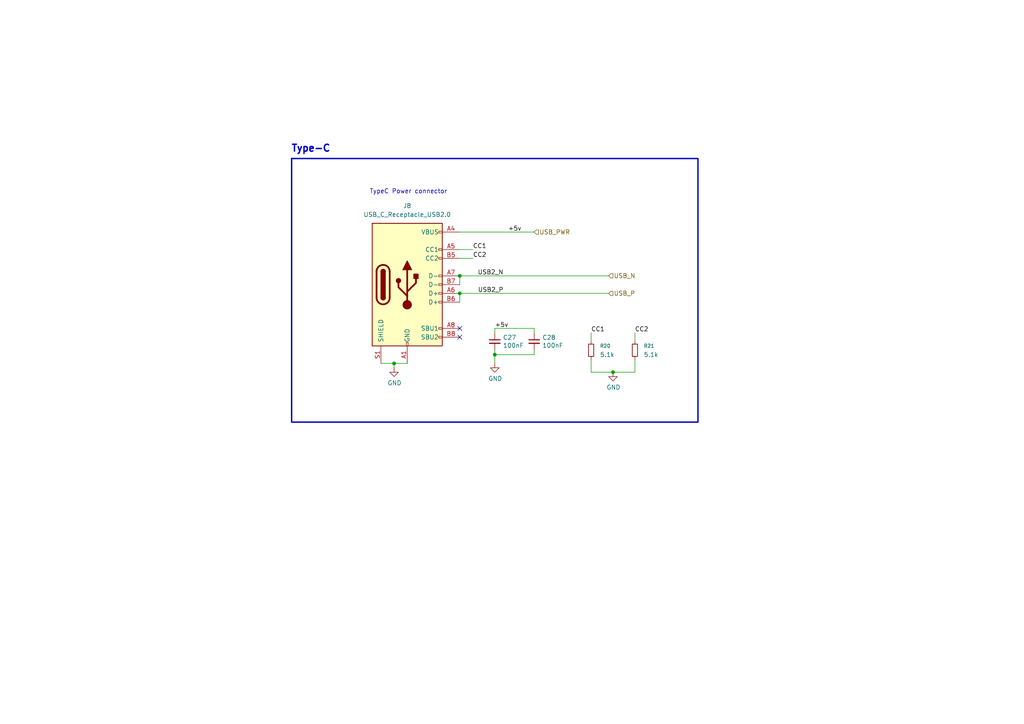
<source format=kicad_sch>
(kicad_sch (version 20250114) (generator "eeschema") (generator_version "9.0")
  (paper "A4")
  (title_block (title "Mini Power Logger") (date "2025-11-06") (rev "V0.1") (company "Mergened") (comment 1 "oesen@mergened.com") (comment 2 "Designed by: Oğuzhan EŞEN"))
  (lib_symbols
    (symbol "Connector:USB_C_Receptacle_USB2.0_16P" (pin_names (offset 1.016))
      (property "Reference" "J" (at 0 22.225 0))
      (property "Value" "USB_C_Receptacle_USB2.0_16P" (at 0 19.685 0))
      (symbol "USB_C_Receptacle_USB2.0_16P_0_0"
        (rectangle (start -0.254 -17.78) (end 0.254 -16.764))
        (rectangle (start 10.16 15.494) (end 9.144 14.986))
        (rectangle (start 10.16 10.414) (end 9.144 9.906))
        (rectangle (start 10.16 7.874) (end 9.144 7.366))
        (rectangle (start 10.16 2.794) (end 9.144 2.286))
        (rectangle (start 10.16 0.254) (end 9.144 -0.254))
        (rectangle (start 10.16 -2.286) (end 9.144 -2.794))
        (rectangle (start 10.16 -4.826) (end 9.144 -5.334))
        (rectangle (start 10.16 -12.446) (end 9.144 -12.954))
        (rectangle (start 10.16 -14.986) (end 9.144 -15.494))
      )
      (symbol "USB_C_Receptacle_USB2.0_16P_0_1"
        (rectangle (start -10.16 17.78) (end 10.16 -17.78) (stroke (width 0.254)) (fill (type background)))
        (polyline (pts (xy -8.89 -3.81) (xy -8.89 3.81)) (stroke (width 0.508)))
        (rectangle (start -7.62 -3.81) (end -6.35 3.81) (stroke (width 0.254)) (fill (type outline)))
        (arc (start -7.62 3.81) (mid -6.985 4.4423) (end -6.35 3.81) (stroke (width 0.254)))
        (arc (start -7.62 3.81) (mid -6.985 4.4423) (end -6.35 3.81) (stroke (width 0.254)) (fill (type outline)))
        (arc (start -8.89 3.81) (mid -6.985 5.7067) (end -5.08 3.81) (stroke (width 0.508)))
        (arc (start -5.08 -3.81) (mid -6.985 -5.7067) (end -8.89 -3.81) (stroke (width 0.508)))
        (arc (start -6.35 -3.81) (mid -6.985 -4.4423) (end -7.62 -3.81) (stroke (width 0.254)))
        (arc (start -6.35 -3.81) (mid -6.985 -4.4423) (end -7.62 -3.81) (stroke (width 0.254)) (fill (type outline)))
        (polyline (pts (xy -5.08 3.81) (xy -5.08 -3.81)) (stroke (width 0.508)))
        (circle (center -2.54 1.143) (radius 0.635) (stroke (width 0.254)) (fill (type outline)))
        (polyline (pts (xy -1.27 4.318) (xy 0 6.858) (xy 1.27 4.318) (xy -1.27 4.318)) (stroke (width 0.254)) (fill (type outline)))
        (polyline (pts (xy 0 -2.032) (xy 2.54 0.508) (xy 2.54 1.778)) (stroke (width 0.508)))
        (polyline (pts (xy 0 -3.302) (xy -2.54 -0.762) (xy -2.54 0.508)) (stroke (width 0.508)))
        (polyline (pts (xy 0 -5.842) (xy 0 4.318)) (stroke (width 0.508)))
        (circle (center 0 -5.842) (radius 1.27) (fill (type outline)))
        (rectangle (start 1.905 1.778) (end 3.175 3.048) (stroke (width 0.254)) (fill (type outline)))
      )
      (symbol "USB_C_Receptacle_USB2.0_16P_1_1"
        (pin passive line (at -7.62 -22.86 90) (length 5.08) (name "SHIELD") (number "S1"))
        (pin passive line (at 0 -22.86 90) (length 5.08) (name "GND") (number "A1"))
        (pin passive line (at 0 -22.86 90) (length 5.08) (hide yes) (name "GND") (number "A12"))
        (pin passive line (at 0 -22.86 90) (length 5.08) (hide yes) (name "GND") (number "B1"))
        (pin passive line (at 0 -22.86 90) (length 5.08) (hide yes) (name "GND") (number "B12"))
        (pin passive line (at 15.24 15.24 180) (length 5.08) (name "VBUS") (number "A4"))
        (pin passive line (at 15.24 15.24 180) (length 5.08) (hide yes) (name "VBUS") (number "A9"))
        (pin passive line (at 15.24 15.24 180) (length 5.08) (hide yes) (name "VBUS") (number "B4"))
        (pin passive line (at 15.24 15.24 180) (length 5.08) (hide yes) (name "VBUS") (number "B9"))
        (pin bidirectional line (at 15.24 10.16 180) (length 5.08) (name "CC1") (number "A5"))
        (pin bidirectional line (at 15.24 7.62 180) (length 5.08) (name "CC2") (number "B5"))
        (pin bidirectional line (at 15.24 2.54 180) (length 5.08) (name "D-") (number "A7"))
        (pin bidirectional line (at 15.24 0 180) (length 5.08) (name "D-") (number "B7"))
        (pin bidirectional line (at 15.24 -2.54 180) (length 5.08) (name "D+") (number "A6"))
        (pin bidirectional line (at 15.24 -5.08 180) (length 5.08) (name "D+") (number "B6"))
        (pin bidirectional line (at 15.24 -12.7 180) (length 5.08) (name "SBU1") (number "A8"))
        (pin bidirectional line (at 15.24 -15.24 180) (length 5.08) (name "SBU2") (number "B8"))
      )
    )
    (symbol "Device:C_Small" (pin_numbers (hide yes)) (pin_names (offset 0.254) (hide yes))
      (property "Reference" "C" (at 0.254 1.778 0))
      (property "Value" "C_Small" (at 0.254 -2.032 0))
      (symbol "C_Small_0_1"
        (polyline (pts (xy -1.524 0.508) (xy 1.524 0.508)) (stroke (width 0.3048)))
        (polyline (pts (xy -1.524 -0.508) (xy 1.524 -0.508)) (stroke (width 0.3302)))
      )
      (symbol "C_Small_1_1"
        (pin passive line (at 0 2.54 270) (length 2.032) (name "~") (number "1"))
        (pin passive line (at 0 -2.54 90) (length 2.032) (name "~") (number "2"))
      )
    )
    (symbol "Device:R_Small" (pin_numbers (hide yes)) (pin_names (offset 0.254) (hide yes))
      (property "Reference" "R" (at 0 0 90))
      (property "Value" "R_Small" (at 1.778 0 90))
      (symbol "R_Small_0_1"
        (rectangle (start -0.762 1.778) (end 0.762 -1.778) (stroke (width 0.2032)))
      )
      (symbol "R_Small_1_1"
        (pin passive line (at 0 2.54 270) (length 0.762) (name "~") (number "1"))
        (pin passive line (at 0 -2.54 90) (length 0.762) (name "~") (number "2"))
      )
    )
    (symbol "power:GND" (power) (pin_numbers (hide yes)) (pin_names (offset 0) (hide yes))
      (property "Value" "GND" (at 0 -3.81 0))
      (symbol "GND_0_1"
        (polyline (pts (xy 0 0) (xy 0 -1.27) (xy 1.27 -1.27) (xy 0 -2.54) (xy -1.27 -1.27) (xy 0 -1.27)))
      )
      (symbol "GND_1_1"
        (pin power_in line (at 0 0 270) (length 0) (name "~") (number "1"))
      )
    )
  )
  (rectangle (start 84.582 45.974) (end 202.438 122.428) (stroke (width 0.4)))
  (text "TypeC Power connector" (at 107.188 56.388 0) (effects (font (size 1.27 1.27)) (justify left bottom)))
  (text "Type-C" (at 90.17 43.18 0) (effects (font (size 2 2) (thickness 0.4) (bold yes))))
  (junction (at 114.3 105.41))
  (junction (at 133.35 85.09))
  (junction (at 177.8 107.95))
  (junction (at 143.51 102.87))
  (junction (at 133.35 80.01))
  (no_connect (at 133.35 95.25))
  (no_connect (at 133.35 97.79))
  (wire (pts (xy 171.45 107.95) (xy 171.45 104.14)))
  (wire (pts (xy 171.45 96.52) (xy 171.45 99.06)))
  (wire (pts (xy 154.94 101.6) (xy 154.94 102.87)))
  (wire (pts (xy 154.94 95.25) (xy 154.94 96.52)))
  (wire (pts (xy 133.35 85.09) (xy 133.35 87.63)))
  (wire (pts (xy 184.15 96.52) (xy 184.15 99.06)))
  (wire (pts (xy 184.15 107.95) (xy 177.8 107.95)))
  (wire (pts (xy 143.51 102.87) (xy 143.51 105.41)))
  (wire (pts (xy 177.8 107.95) (xy 171.45 107.95)))
  (wire (pts (xy 133.35 72.39) (xy 137.16 72.39)))
  (wire (pts (xy 133.35 85.09) (xy 176.53 85.09)))
  (wire (pts (xy 114.3 106.68) (xy 114.3 105.41)))
  (wire (pts (xy 133.35 74.93) (xy 137.16 74.93)))
  (wire (pts (xy 133.35 80.01) (xy 176.53 80.01)))
  (wire (pts (xy 143.51 101.6) (xy 143.51 102.87)))
  (wire (pts (xy 114.3 105.41) (xy 118.11 105.41)))
  (wire (pts (xy 133.35 80.01) (xy 133.35 82.55)))
  (wire (pts (xy 110.49 105.41) (xy 114.3 105.41)))
  (wire (pts (xy 143.51 102.87) (xy 154.94 102.87)))
  (wire (pts (xy 133.35 67.31) (xy 154.94 67.31)))
  (wire (pts (xy 143.51 95.25) (xy 143.51 96.52)))
  (wire (pts (xy 143.51 95.25) (xy 154.94 95.25)))
  (wire (pts (xy 184.15 104.14) (xy 184.15 107.95)))
  (label "+5v" (at 147.32 67.31 0))
  (label "CC2" (at 137.16 74.93 0))
  (label "CC2" (at 184.15 96.52 0))
  (label "CC1" (at 171.45 96.52 0))
  (label "+5v" (at 143.51 95.25 0))
  (label "CC1" (at 137.16 72.39 0))
  (label "USB2_N" (at 146.05 80.01 180))
  (label "USB2_P" (at 146.05 85.09 180))
  (hierarchical_label "USB_PWR" (shape input) (at 154.94 67.31 0))
  (hierarchical_label "USB_P" (shape input) (at 176.53 85.09 0))
  (hierarchical_label "USB_N" (shape input) (at 176.53 80.01 0))
  (symbol (lib_id "Device:R_Small") (at 184.15 101.6 0) (unit 1)
    (property "Reference" "R21" (at 186.69 100.3299 0) (effects (font (size 1.016 1.016)) (justify left)))
    (property "Value" "5.1k" (at 186.69 102.8699 0) (effects (justify left)))
    (property "Footprint" "Resistor_SMD:R_0603_1608Metric" (effects (hide yes)))
    (property "Description" "Resistor, small symbol" (effects (hide yes)))
    (property "özdisan" "0603SAF5101T5E" (effects (hide yes)))
  )
  (symbol (lib_id "Device:R_Small") (at 171.45 101.6 0) (unit 1)
    (property "Reference" "R20" (at 173.99 100.3299 0) (effects (font (size 1.016 1.016)) (justify left)))
    (property "Value" "5.1k" (at 173.99 102.8699 0) (effects (justify left)))
    (property "Footprint" "Resistor_SMD:R_0603_1608Metric" (effects (hide yes)))
    (property "Description" "Resistor, small symbol" (effects (hide yes)))
    (property "özdisan" "0603SAF5101T5E" (effects (hide yes)))
  )
  (symbol (lib_id "Device:C_Small") (at 143.51 99.06 0) (unit 1)
    (property "Reference" "C27" (at 145.8468 97.8916 0) (effects (justify left)))
    (property "Value" "100nF" (at 145.8468 100.203 0) (effects (justify left)))
    (property "Footprint" "Capacitor_SMD:C_0603_1608Metric" (effects (hide yes)))
    (property "Description" "CAP SMD,0402,X7R,100NF,10%,50V 1" (effects (hide yes)))
    (property "DIGIKEY" "  3372-0402B104K500HITR-ND" (effects (hide yes)))
    (property "DigiKey" "  3372-0402B104K500HITR-ND" (effects (hide yes)))
    (property "Ozdisan part" "CC0603KRX7R9BB104" (effects (hide yes)))
    (property "özdisan" "CC0603KRX7R9BB104 " (effects (hide yes)))
  )
  (symbol (lib_id "Device:C_Small") (at 154.94 99.06 0) (unit 1)
    (property "Reference" "C28" (at 157.2768 97.8916 0) (effects (justify left)))
    (property "Value" "100nF" (at 157.2768 100.203 0) (effects (justify left)))
    (property "Footprint" "Capacitor_SMD:C_0603_1608Metric" (effects (hide yes)))
    (property "Description" "CAP SMD,0402,X7R,100NF,10%,50V 1" (effects (hide yes)))
    (property "DIGIKEY" "  3372-0402B104K500HITR-ND" (effects (hide yes)))
    (property "DigiKey" "  3372-0402B104K500HITR-ND" (effects (hide yes)))
    (property "Ozdisan part" "CC0603KRX7R9BB104" (effects (hide yes)))
    (property "özdisan" "CC0603KRX7R9BB104 " (effects (hide yes)))
  )
  (symbol (lib_id "Connector:USB_C_Receptacle_USB2.0_16P") (at 118.11 82.55 0) (unit 1)
    (property "Reference" "J8" (at 118.11 59.69 0))
    (property "Value" "USB_C_Receptacle_USB2.0" (at 118.11 62.23 0))
    (property "Footprint" "Connector_USB:USB_C_Receptacle_GCT_USB4105-xx-A_16P_TopMnt_Horizontal" (effects (hide yes)))
    (property "Datasheet" "https://www.usb.org/sites/default/files/documents/usb_type-c.zip" (effects (hide yes)))
    (property "Field5" "USBF31-0171" (effects (hide yes)))
    (property "Field6" "USBF31-0171" (effects (hide yes)))
    (property "Field7" "MTCONN" (effects (hide yes)))
    (property "Part Description" "USBC USB2 data and power connector" (effects (hide yes)))
    (property "özdisan" "L-KLS1-5409-L2-01-R  " (effects (hide yes)))
  )
  (symbol (lib_id "power:GND") (at 177.8 107.95 0) (unit 1)
    (property "Reference" "#PWR058" (effects (hide yes)))
    (property "Value" "GND" (at 177.927 112.3442 0))
    (property "Description" "Power symbol creates a global label with name \"GND\" , ground" (effects (hide yes)))
  )
  (symbol (lib_id "power:GND") (at 114.3 106.68 0) (unit 1)
    (property "Reference" "#PWR056" (effects (hide yes)))
    (property "Value" "GND" (at 114.427 111.0742 0))
    (property "Description" "Power symbol creates a global label with name \"GND\" , ground" (effects (hide yes)))
  )
  (symbol (lib_id "power:GND") (at 143.51 105.41 0) (unit 1)
    (property "Reference" "#PWR057" (effects (hide yes)))
    (property "Value" "GND" (at 143.637 109.8042 0))
    (property "Description" "Power symbol creates a global label with name \"GND\" , ground" (effects (hide yes)))
  )
)
</source>
